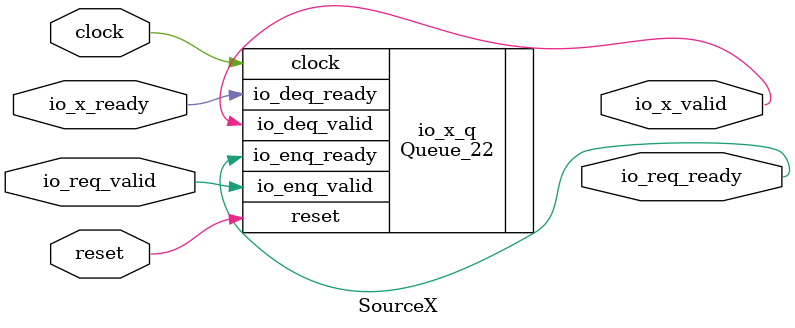
<source format=sv>
`ifndef RANDOMIZE
  `ifdef RANDOMIZE_REG_INIT
    `define RANDOMIZE
  `endif // RANDOMIZE_REG_INIT
`endif // not def RANDOMIZE
`ifndef RANDOMIZE
  `ifdef RANDOMIZE_MEM_INIT
    `define RANDOMIZE
  `endif // RANDOMIZE_MEM_INIT
`endif // not def RANDOMIZE

`ifndef RANDOM
  `define RANDOM $random
`endif // not def RANDOM

// Users can define 'PRINTF_COND' to add an extra gate to prints.
`ifndef PRINTF_COND_
  `ifdef PRINTF_COND
    `define PRINTF_COND_ (`PRINTF_COND)
  `else  // PRINTF_COND
    `define PRINTF_COND_ 1
  `endif // PRINTF_COND
`endif // not def PRINTF_COND_

// Users can define 'ASSERT_VERBOSE_COND' to add an extra gate to assert error printing.
`ifndef ASSERT_VERBOSE_COND_
  `ifdef ASSERT_VERBOSE_COND
    `define ASSERT_VERBOSE_COND_ (`ASSERT_VERBOSE_COND)
  `else  // ASSERT_VERBOSE_COND
    `define ASSERT_VERBOSE_COND_ 1
  `endif // ASSERT_VERBOSE_COND
`endif // not def ASSERT_VERBOSE_COND_

// Users can define 'STOP_COND' to add an extra gate to stop conditions.
`ifndef STOP_COND_
  `ifdef STOP_COND
    `define STOP_COND_ (`STOP_COND)
  `else  // STOP_COND
    `define STOP_COND_ 1
  `endif // STOP_COND
`endif // not def STOP_COND_

// Users can define INIT_RANDOM as general code that gets injected into the
// initializer block for modules with registers.
`ifndef INIT_RANDOM
  `define INIT_RANDOM
`endif // not def INIT_RANDOM

// If using random initialization, you can also define RANDOMIZE_DELAY to
// customize the delay used, otherwise 0.002 is used.
`ifndef RANDOMIZE_DELAY
  `define RANDOMIZE_DELAY 0.002
`endif // not def RANDOMIZE_DELAY

// Define INIT_RANDOM_PROLOG_ for use in our modules below.
`ifndef INIT_RANDOM_PROLOG_
  `ifdef RANDOMIZE
    `ifdef VERILATOR
      `define INIT_RANDOM_PROLOG_ `INIT_RANDOM
    `else  // VERILATOR
      `define INIT_RANDOM_PROLOG_ `INIT_RANDOM #`RANDOMIZE_DELAY begin end
    `endif // VERILATOR
  `else  // RANDOMIZE
    `define INIT_RANDOM_PROLOG_
  `endif // RANDOMIZE
`endif // not def INIT_RANDOM_PROLOG_

// Include register initializers in init blocks unless synthesis is set
`ifndef SYNTHESIS
  `ifndef ENABLE_INITIAL_REG_
    `define ENABLE_INITIAL_REG_
  `endif // not def ENABLE_INITIAL_REG_
`endif // not def SYNTHESIS

// Include rmemory initializers in init blocks unless synthesis is set
`ifndef SYNTHESIS
  `ifndef ENABLE_INITIAL_MEM_
    `define ENABLE_INITIAL_MEM_
  `endif // not def ENABLE_INITIAL_MEM_
`endif // not def SYNTHESIS

module SourceX(
  input  clock,
         reset,
         io_req_valid,
         io_x_ready,
  output io_req_ready,
         io_x_valid
);

  Queue_22 io_x_q (	// Decoupled.scala:296:21
    .clock        (clock),
    .reset        (reset),
    .io_enq_valid (io_req_valid),
    .io_deq_ready (io_x_ready),
    .io_enq_ready (io_req_ready),
    .io_deq_valid (io_x_valid)
  );
endmodule


</source>
